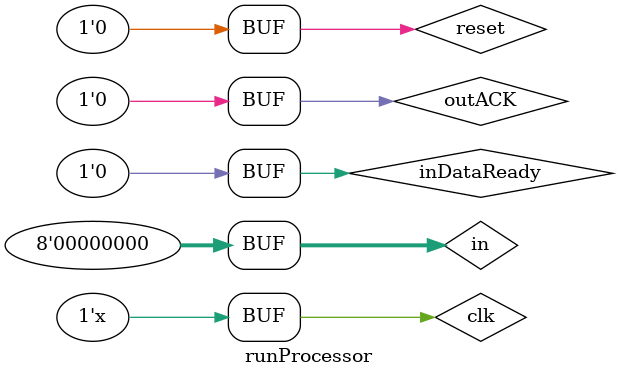
<source format=v>
`timescale 1ns / 1ps


module runProcessor;

	// Inputs
	reg [7:0] in;
	reg clk;
	reg reset;
	reg inDataReady;
	reg outACK;

	// Outputs
	wire [7:0] out;
	wire outDataReady;
	wire inACK;
	wire [43:0] currState; //TEMP
	wire [7:0] tmpACCout; //TEMP
	wire [5:0] tmpIRout; //TEMP
	wire [7:0] tmpPCout; //TEMP
	wire [7:0] tmpMARout; //TEMP
	wire [1:0] tmpCCout; //TEMP
	wire [7:0] tmpSPout; //TEMP
	wire tmpDataReady; //TEMP
	wire [15:0] tmpIRAMout; //TEMP
	wire [18:0] tmpIRAMState; //TEMP
	wire [7:0] tmpIRAMCacheAddr; //TEMP
	wire [7:0] addrInRAMTEMP;  //TEMP
	wire [1:0] cacheCntrlTEMP; //TEMP
	wire [1:0] tmpAddrMode; //TEMP
	wire [1:0] tmpIRAMctrl; //TEMP


	// Instantiate the Unit Under Test (UUT)
	Processor uut (
		.in(in), 
		.clk(clk), 
		.reset(reset), 
		.inDataReady(inDataReady), 
		.outACK(outACK), 
		.out(out), 
		.outDataReady(outDataReady), 
		.inACK(inACK),
		.currState(currState),
		.addrMode(tmpAddrMode),
		.ACCout(tmpACCout),
		.IRout(tmpIRout),
		.PCout(tmpPCout),
		.MARout(tmpMARout),
		.CCout(tmpCCout),
		.SPout(tmpSPout),
		.IRAMDataReady(tmpDataReady),
		.IRAMout(tmpIRAMout),
		.IRAMctrl(tmpIRAMctrl),
		.InstMemState(tmpIRAMState),
		.IRAMCacheAddr(tmpIRAMCacheAddr),
		.cacheCntrlTEMP(cacheCntrlTEMP)
	);

	initial begin
		// Initialize Inputs
		in = 0;
		clk = 0;
		reset = 0;
		inDataReady = 0;
		outACK = 0;

		// Wait 100 ns for global reset to finish
		#100;
        
		// Add stimulus here

	end
	
	always begin
		#10 clk = ~clk;
	end
      
endmodule


</source>
